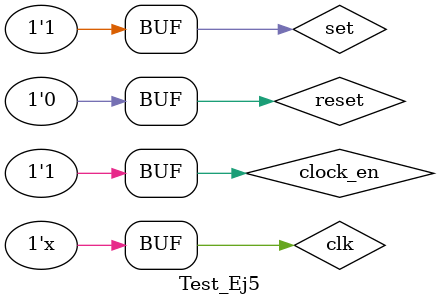
<source format=v>
`timescale 1ns / 1ps


module Test_Ej5;

	// Inputs
	reg set;
	reg reset;
	reg clock_en;
	reg clk;

	// Outputs
	wire result;
	wire not_result;

	// Instantiate the Unit Under Test (UUT)
	Ej5 uut (
		.set(set), 
		.reset(reset), 
		.clock_en(clock_en),
		.result(result), 
		.not_result(not_result), 
		.clk(clk)
	);

	//Clock cada 10 us.
	always #10
	clk = ~clk;

	initial begin
		set = 1;
		reset = 0;
		clk = 0;
		clock_en = 0;

		#30;
		
		set = 0;
		reset = 1;
		
		#30;
		
		set = 0;
		reset = 0;
      
		#30;
		
		set = 1;
		reset = 0;
		
		#30;
		
      set = 1;
		reset = 1;
		
		#30;
		
		clock_en = 1;
		
		#30;
		
      set = 0;
		reset = 1;  
		
		#30;
		
      set = 1;
		reset = 0;  
		
	end
      
endmodule


</source>
